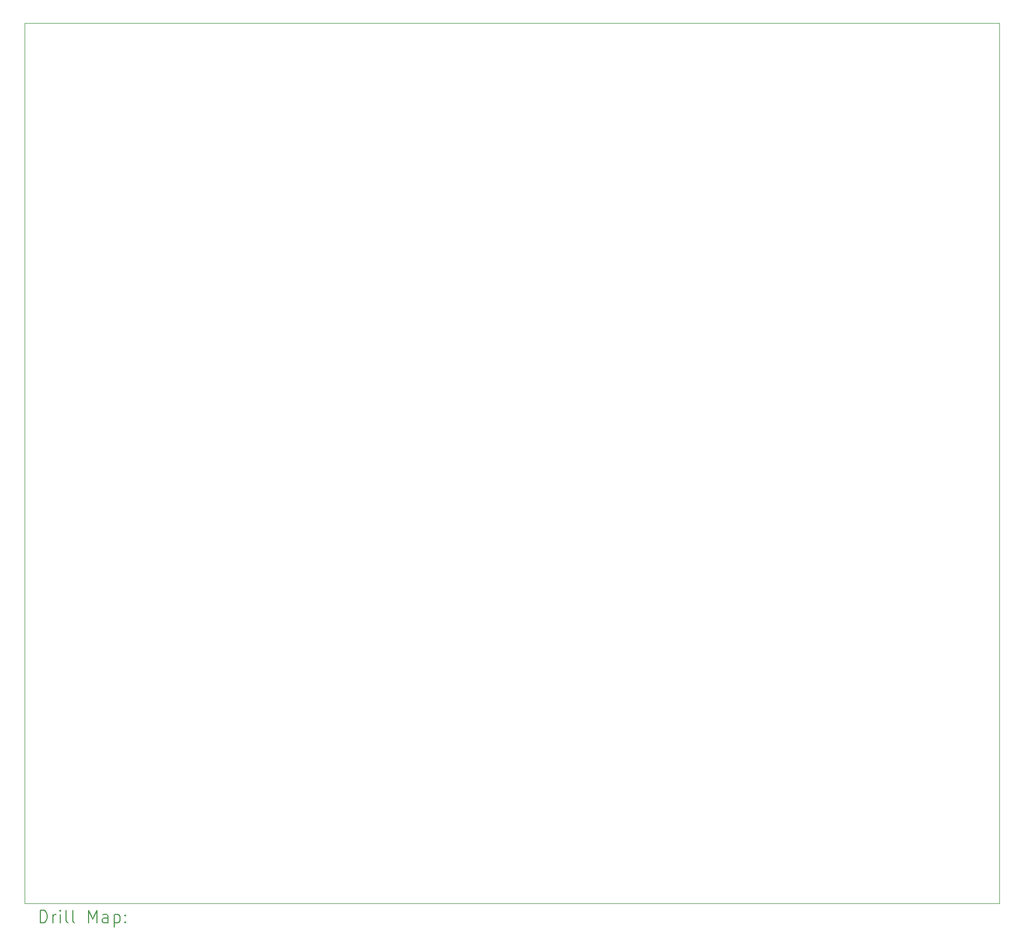
<source format=gbr>
%FSLAX45Y45*%
G04 Gerber Fmt 4.5, Leading zero omitted, Abs format (unit mm)*
G04 Created by KiCad (PCBNEW (6.0.1)) date 2023-02-28 23:31:44*
%MOMM*%
%LPD*%
G01*
G04 APERTURE LIST*
%TA.AperFunction,Profile*%
%ADD10C,0.100000*%
%TD*%
%ADD11C,0.200000*%
G04 APERTURE END LIST*
D10*
X18542000Y-16256000D02*
X18542000Y-2032000D01*
X2794000Y-2032000D02*
X2794000Y-16256000D01*
X18542000Y-2032000D02*
X2794000Y-2032000D01*
X2794000Y-16256000D02*
X18542000Y-16256000D01*
D11*
X3046619Y-16571476D02*
X3046619Y-16371476D01*
X3094238Y-16371476D01*
X3122809Y-16381000D01*
X3141857Y-16400048D01*
X3151381Y-16419095D01*
X3160905Y-16457190D01*
X3160905Y-16485762D01*
X3151381Y-16523857D01*
X3141857Y-16542905D01*
X3122809Y-16561952D01*
X3094238Y-16571476D01*
X3046619Y-16571476D01*
X3246619Y-16571476D02*
X3246619Y-16438143D01*
X3246619Y-16476238D02*
X3256143Y-16457190D01*
X3265667Y-16447667D01*
X3284714Y-16438143D01*
X3303762Y-16438143D01*
X3370428Y-16571476D02*
X3370428Y-16438143D01*
X3370428Y-16371476D02*
X3360905Y-16381000D01*
X3370428Y-16390524D01*
X3379952Y-16381000D01*
X3370428Y-16371476D01*
X3370428Y-16390524D01*
X3494238Y-16571476D02*
X3475190Y-16561952D01*
X3465667Y-16542905D01*
X3465667Y-16371476D01*
X3599000Y-16571476D02*
X3579952Y-16561952D01*
X3570428Y-16542905D01*
X3570428Y-16371476D01*
X3827571Y-16571476D02*
X3827571Y-16371476D01*
X3894238Y-16514333D01*
X3960905Y-16371476D01*
X3960905Y-16571476D01*
X4141857Y-16571476D02*
X4141857Y-16466714D01*
X4132333Y-16447667D01*
X4113286Y-16438143D01*
X4075190Y-16438143D01*
X4056143Y-16447667D01*
X4141857Y-16561952D02*
X4122809Y-16571476D01*
X4075190Y-16571476D01*
X4056143Y-16561952D01*
X4046619Y-16542905D01*
X4046619Y-16523857D01*
X4056143Y-16504809D01*
X4075190Y-16495286D01*
X4122809Y-16495286D01*
X4141857Y-16485762D01*
X4237095Y-16438143D02*
X4237095Y-16638143D01*
X4237095Y-16447667D02*
X4256143Y-16438143D01*
X4294238Y-16438143D01*
X4313286Y-16447667D01*
X4322810Y-16457190D01*
X4332333Y-16476238D01*
X4332333Y-16533381D01*
X4322810Y-16552428D01*
X4313286Y-16561952D01*
X4294238Y-16571476D01*
X4256143Y-16571476D01*
X4237095Y-16561952D01*
X4418048Y-16552428D02*
X4427571Y-16561952D01*
X4418048Y-16571476D01*
X4408524Y-16561952D01*
X4418048Y-16552428D01*
X4418048Y-16571476D01*
X4418048Y-16447667D02*
X4427571Y-16457190D01*
X4418048Y-16466714D01*
X4408524Y-16457190D01*
X4418048Y-16447667D01*
X4418048Y-16466714D01*
M02*

</source>
